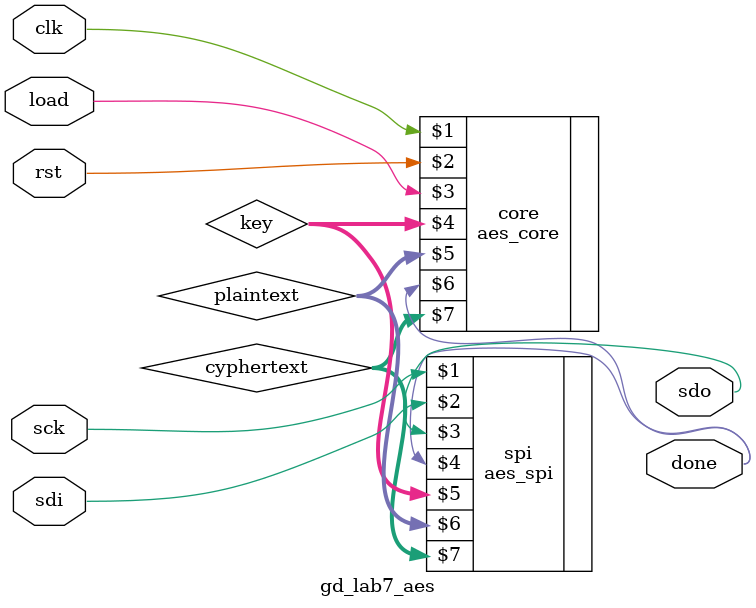
<source format=sv>

module gd_lab7_aes(input  logic clk,
		   input  logic rst, 
           input  logic sck, 
           input  logic sdi,
           output logic sdo,
           input  logic load,
           output logic done);
                    
    logic [127:0] key, plaintext, cyphertext;
            
    aes_spi spi(sck, sdi, sdo, done, key, plaintext, cyphertext);   
    aes_core core(clk, rst, load, key, plaintext, done, cyphertext);
endmodule
</source>
